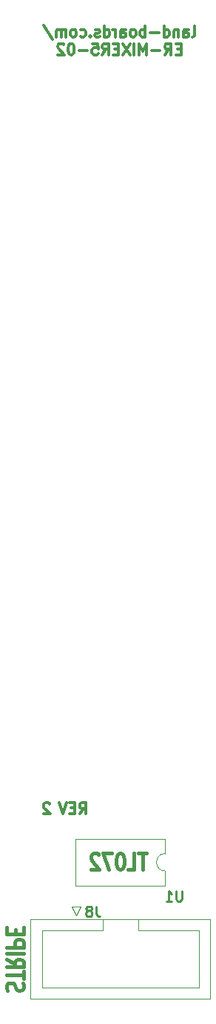
<source format=gbo>
%TF.GenerationSoftware,KiCad,Pcbnew,(7.0.0)*%
%TF.CreationDate,2023-03-06T10:19:20-05:00*%
%TF.ProjectId,ER-MIXER5-02,45522d4d-4958-4455-9235-2d30322e6b69,2*%
%TF.SameCoordinates,Original*%
%TF.FileFunction,Legend,Bot*%
%TF.FilePolarity,Positive*%
%FSLAX46Y46*%
G04 Gerber Fmt 4.6, Leading zero omitted, Abs format (unit mm)*
G04 Created by KiCad (PCBNEW (7.0.0)) date 2023-03-06 10:19:20*
%MOMM*%
%LPD*%
G01*
G04 APERTURE LIST*
%ADD10C,0.312500*%
%ADD11C,0.381000*%
%ADD12C,0.254000*%
%ADD13C,0.120000*%
G04 APERTURE END LIST*
D10*
X10434523Y-98959226D02*
X10851189Y-98363988D01*
X11148808Y-98959226D02*
X11148808Y-97709226D01*
X11148808Y-97709226D02*
X10672618Y-97709226D01*
X10672618Y-97709226D02*
X10553570Y-97768750D01*
X10553570Y-97768750D02*
X10494047Y-97828273D01*
X10494047Y-97828273D02*
X10434523Y-97947321D01*
X10434523Y-97947321D02*
X10434523Y-98125892D01*
X10434523Y-98125892D02*
X10494047Y-98244940D01*
X10494047Y-98244940D02*
X10553570Y-98304464D01*
X10553570Y-98304464D02*
X10672618Y-98363988D01*
X10672618Y-98363988D02*
X11148808Y-98363988D01*
X9898808Y-98304464D02*
X9482142Y-98304464D01*
X9303570Y-98959226D02*
X9898808Y-98959226D01*
X9898808Y-98959226D02*
X9898808Y-97709226D01*
X9898808Y-97709226D02*
X9303570Y-97709226D01*
X8946428Y-97709226D02*
X8529761Y-98959226D01*
X8529761Y-98959226D02*
X8113095Y-97709226D01*
X7005951Y-97828273D02*
X6946427Y-97768750D01*
X6946427Y-97768750D02*
X6827380Y-97709226D01*
X6827380Y-97709226D02*
X6529761Y-97709226D01*
X6529761Y-97709226D02*
X6410713Y-97768750D01*
X6410713Y-97768750D02*
X6351189Y-97828273D01*
X6351189Y-97828273D02*
X6291666Y-97947321D01*
X6291666Y-97947321D02*
X6291666Y-98066369D01*
X6291666Y-98066369D02*
X6351189Y-98244940D01*
X6351189Y-98244940D02*
X7065475Y-98959226D01*
X7065475Y-98959226D02*
X6291666Y-98959226D01*
D11*
X2184853Y-119089714D02*
X2094139Y-118872000D01*
X2094139Y-118872000D02*
X2094139Y-118509142D01*
X2094139Y-118509142D02*
X2184853Y-118364000D01*
X2184853Y-118364000D02*
X2275567Y-118291428D01*
X2275567Y-118291428D02*
X2456996Y-118218857D01*
X2456996Y-118218857D02*
X2638425Y-118218857D01*
X2638425Y-118218857D02*
X2819853Y-118291428D01*
X2819853Y-118291428D02*
X2910567Y-118364000D01*
X2910567Y-118364000D02*
X3001282Y-118509142D01*
X3001282Y-118509142D02*
X3091996Y-118799428D01*
X3091996Y-118799428D02*
X3182710Y-118944571D01*
X3182710Y-118944571D02*
X3273425Y-119017142D01*
X3273425Y-119017142D02*
X3454853Y-119089714D01*
X3454853Y-119089714D02*
X3636282Y-119089714D01*
X3636282Y-119089714D02*
X3817710Y-119017142D01*
X3817710Y-119017142D02*
X3908425Y-118944571D01*
X3908425Y-118944571D02*
X3999139Y-118799428D01*
X3999139Y-118799428D02*
X3999139Y-118436571D01*
X3999139Y-118436571D02*
X3908425Y-118218857D01*
X3999139Y-117783428D02*
X3999139Y-116912571D01*
X2094139Y-117347999D02*
X3999139Y-117347999D01*
X2094139Y-115533713D02*
X3001282Y-116041713D01*
X2094139Y-116404570D02*
X3999139Y-116404570D01*
X3999139Y-116404570D02*
X3999139Y-115823999D01*
X3999139Y-115823999D02*
X3908425Y-115678856D01*
X3908425Y-115678856D02*
X3817710Y-115606285D01*
X3817710Y-115606285D02*
X3636282Y-115533713D01*
X3636282Y-115533713D02*
X3364139Y-115533713D01*
X3364139Y-115533713D02*
X3182710Y-115606285D01*
X3182710Y-115606285D02*
X3091996Y-115678856D01*
X3091996Y-115678856D02*
X3001282Y-115823999D01*
X3001282Y-115823999D02*
X3001282Y-116404570D01*
X2094139Y-114880570D02*
X3999139Y-114880570D01*
X2094139Y-114154856D02*
X3999139Y-114154856D01*
X3999139Y-114154856D02*
X3999139Y-113574285D01*
X3999139Y-113574285D02*
X3908425Y-113429142D01*
X3908425Y-113429142D02*
X3817710Y-113356571D01*
X3817710Y-113356571D02*
X3636282Y-113283999D01*
X3636282Y-113283999D02*
X3364139Y-113283999D01*
X3364139Y-113283999D02*
X3182710Y-113356571D01*
X3182710Y-113356571D02*
X3091996Y-113429142D01*
X3091996Y-113429142D02*
X3001282Y-113574285D01*
X3001282Y-113574285D02*
X3001282Y-114154856D01*
X3091996Y-112630856D02*
X3091996Y-112122856D01*
X2094139Y-111905142D02*
X2094139Y-112630856D01*
X2094139Y-112630856D02*
X3999139Y-112630856D01*
X3999139Y-112630856D02*
X3999139Y-111905142D01*
X18054857Y-103442860D02*
X17184000Y-103442860D01*
X17619428Y-105347860D02*
X17619428Y-103442860D01*
X15950285Y-105347860D02*
X16675999Y-105347860D01*
X16675999Y-105347860D02*
X16675999Y-103442860D01*
X15152000Y-103442860D02*
X15006857Y-103442860D01*
X15006857Y-103442860D02*
X14861714Y-103533575D01*
X14861714Y-103533575D02*
X14789143Y-103624289D01*
X14789143Y-103624289D02*
X14716571Y-103805717D01*
X14716571Y-103805717D02*
X14644000Y-104168575D01*
X14644000Y-104168575D02*
X14644000Y-104622146D01*
X14644000Y-104622146D02*
X14716571Y-104985003D01*
X14716571Y-104985003D02*
X14789143Y-105166432D01*
X14789143Y-105166432D02*
X14861714Y-105257146D01*
X14861714Y-105257146D02*
X15006857Y-105347860D01*
X15006857Y-105347860D02*
X15152000Y-105347860D01*
X15152000Y-105347860D02*
X15297143Y-105257146D01*
X15297143Y-105257146D02*
X15369714Y-105166432D01*
X15369714Y-105166432D02*
X15442285Y-104985003D01*
X15442285Y-104985003D02*
X15514857Y-104622146D01*
X15514857Y-104622146D02*
X15514857Y-104168575D01*
X15514857Y-104168575D02*
X15442285Y-103805717D01*
X15442285Y-103805717D02*
X15369714Y-103624289D01*
X15369714Y-103624289D02*
X15297143Y-103533575D01*
X15297143Y-103533575D02*
X15152000Y-103442860D01*
X14135999Y-103442860D02*
X13119999Y-103442860D01*
X13119999Y-103442860D02*
X13773142Y-105347860D01*
X12611999Y-103624289D02*
X12539427Y-103533575D01*
X12539427Y-103533575D02*
X12394285Y-103442860D01*
X12394285Y-103442860D02*
X12031427Y-103442860D01*
X12031427Y-103442860D02*
X11886285Y-103533575D01*
X11886285Y-103533575D02*
X11813713Y-103624289D01*
X11813713Y-103624289D02*
X11741142Y-103805717D01*
X11741142Y-103805717D02*
X11741142Y-103987146D01*
X11741142Y-103987146D02*
X11813713Y-104259289D01*
X11813713Y-104259289D02*
X12684570Y-105347860D01*
X12684570Y-105347860D02*
X11741142Y-105347860D01*
D10*
X23363094Y-10446726D02*
X23482142Y-10387202D01*
X23482142Y-10387202D02*
X23541665Y-10268154D01*
X23541665Y-10268154D02*
X23541665Y-9196726D01*
X22351189Y-10446726D02*
X22351189Y-9791964D01*
X22351189Y-9791964D02*
X22410713Y-9672916D01*
X22410713Y-9672916D02*
X22529761Y-9613392D01*
X22529761Y-9613392D02*
X22767856Y-9613392D01*
X22767856Y-9613392D02*
X22886903Y-9672916D01*
X22351189Y-10387202D02*
X22470237Y-10446726D01*
X22470237Y-10446726D02*
X22767856Y-10446726D01*
X22767856Y-10446726D02*
X22886903Y-10387202D01*
X22886903Y-10387202D02*
X22946427Y-10268154D01*
X22946427Y-10268154D02*
X22946427Y-10149107D01*
X22946427Y-10149107D02*
X22886903Y-10030059D01*
X22886903Y-10030059D02*
X22767856Y-9970535D01*
X22767856Y-9970535D02*
X22470237Y-9970535D01*
X22470237Y-9970535D02*
X22351189Y-9911011D01*
X21755951Y-9613392D02*
X21755951Y-10446726D01*
X21755951Y-9732440D02*
X21696428Y-9672916D01*
X21696428Y-9672916D02*
X21577380Y-9613392D01*
X21577380Y-9613392D02*
X21398809Y-9613392D01*
X21398809Y-9613392D02*
X21279761Y-9672916D01*
X21279761Y-9672916D02*
X21220237Y-9791964D01*
X21220237Y-9791964D02*
X21220237Y-10446726D01*
X20089285Y-10446726D02*
X20089285Y-9196726D01*
X20089285Y-10387202D02*
X20208333Y-10446726D01*
X20208333Y-10446726D02*
X20446428Y-10446726D01*
X20446428Y-10446726D02*
X20565476Y-10387202D01*
X20565476Y-10387202D02*
X20624999Y-10327678D01*
X20624999Y-10327678D02*
X20684523Y-10208630D01*
X20684523Y-10208630D02*
X20684523Y-9851488D01*
X20684523Y-9851488D02*
X20624999Y-9732440D01*
X20624999Y-9732440D02*
X20565476Y-9672916D01*
X20565476Y-9672916D02*
X20446428Y-9613392D01*
X20446428Y-9613392D02*
X20208333Y-9613392D01*
X20208333Y-9613392D02*
X20089285Y-9672916D01*
X19494047Y-9970535D02*
X18541667Y-9970535D01*
X17946428Y-10446726D02*
X17946428Y-9196726D01*
X17946428Y-9672916D02*
X17827381Y-9613392D01*
X17827381Y-9613392D02*
X17589286Y-9613392D01*
X17589286Y-9613392D02*
X17470238Y-9672916D01*
X17470238Y-9672916D02*
X17410714Y-9732440D01*
X17410714Y-9732440D02*
X17351190Y-9851488D01*
X17351190Y-9851488D02*
X17351190Y-10208630D01*
X17351190Y-10208630D02*
X17410714Y-10327678D01*
X17410714Y-10327678D02*
X17470238Y-10387202D01*
X17470238Y-10387202D02*
X17589286Y-10446726D01*
X17589286Y-10446726D02*
X17827381Y-10446726D01*
X17827381Y-10446726D02*
X17946428Y-10387202D01*
X16636905Y-10446726D02*
X16755953Y-10387202D01*
X16755953Y-10387202D02*
X16815476Y-10327678D01*
X16815476Y-10327678D02*
X16875000Y-10208630D01*
X16875000Y-10208630D02*
X16875000Y-9851488D01*
X16875000Y-9851488D02*
X16815476Y-9732440D01*
X16815476Y-9732440D02*
X16755953Y-9672916D01*
X16755953Y-9672916D02*
X16636905Y-9613392D01*
X16636905Y-9613392D02*
X16458334Y-9613392D01*
X16458334Y-9613392D02*
X16339286Y-9672916D01*
X16339286Y-9672916D02*
X16279762Y-9732440D01*
X16279762Y-9732440D02*
X16220238Y-9851488D01*
X16220238Y-9851488D02*
X16220238Y-10208630D01*
X16220238Y-10208630D02*
X16279762Y-10327678D01*
X16279762Y-10327678D02*
X16339286Y-10387202D01*
X16339286Y-10387202D02*
X16458334Y-10446726D01*
X16458334Y-10446726D02*
X16636905Y-10446726D01*
X15148810Y-10446726D02*
X15148810Y-9791964D01*
X15148810Y-9791964D02*
X15208334Y-9672916D01*
X15208334Y-9672916D02*
X15327382Y-9613392D01*
X15327382Y-9613392D02*
X15565477Y-9613392D01*
X15565477Y-9613392D02*
X15684524Y-9672916D01*
X15148810Y-10387202D02*
X15267858Y-10446726D01*
X15267858Y-10446726D02*
X15565477Y-10446726D01*
X15565477Y-10446726D02*
X15684524Y-10387202D01*
X15684524Y-10387202D02*
X15744048Y-10268154D01*
X15744048Y-10268154D02*
X15744048Y-10149107D01*
X15744048Y-10149107D02*
X15684524Y-10030059D01*
X15684524Y-10030059D02*
X15565477Y-9970535D01*
X15565477Y-9970535D02*
X15267858Y-9970535D01*
X15267858Y-9970535D02*
X15148810Y-9911011D01*
X14553572Y-10446726D02*
X14553572Y-9613392D01*
X14553572Y-9851488D02*
X14494049Y-9732440D01*
X14494049Y-9732440D02*
X14434525Y-9672916D01*
X14434525Y-9672916D02*
X14315477Y-9613392D01*
X14315477Y-9613392D02*
X14196430Y-9613392D01*
X13244048Y-10446726D02*
X13244048Y-9196726D01*
X13244048Y-10387202D02*
X13363096Y-10446726D01*
X13363096Y-10446726D02*
X13601191Y-10446726D01*
X13601191Y-10446726D02*
X13720239Y-10387202D01*
X13720239Y-10387202D02*
X13779762Y-10327678D01*
X13779762Y-10327678D02*
X13839286Y-10208630D01*
X13839286Y-10208630D02*
X13839286Y-9851488D01*
X13839286Y-9851488D02*
X13779762Y-9732440D01*
X13779762Y-9732440D02*
X13720239Y-9672916D01*
X13720239Y-9672916D02*
X13601191Y-9613392D01*
X13601191Y-9613392D02*
X13363096Y-9613392D01*
X13363096Y-9613392D02*
X13244048Y-9672916D01*
X12708334Y-10387202D02*
X12589287Y-10446726D01*
X12589287Y-10446726D02*
X12351191Y-10446726D01*
X12351191Y-10446726D02*
X12232144Y-10387202D01*
X12232144Y-10387202D02*
X12172620Y-10268154D01*
X12172620Y-10268154D02*
X12172620Y-10208630D01*
X12172620Y-10208630D02*
X12232144Y-10089583D01*
X12232144Y-10089583D02*
X12351191Y-10030059D01*
X12351191Y-10030059D02*
X12529763Y-10030059D01*
X12529763Y-10030059D02*
X12648810Y-9970535D01*
X12648810Y-9970535D02*
X12708334Y-9851488D01*
X12708334Y-9851488D02*
X12708334Y-9791964D01*
X12708334Y-9791964D02*
X12648810Y-9672916D01*
X12648810Y-9672916D02*
X12529763Y-9613392D01*
X12529763Y-9613392D02*
X12351191Y-9613392D01*
X12351191Y-9613392D02*
X12232144Y-9672916D01*
X11636905Y-10327678D02*
X11577382Y-10387202D01*
X11577382Y-10387202D02*
X11636905Y-10446726D01*
X11636905Y-10446726D02*
X11696429Y-10387202D01*
X11696429Y-10387202D02*
X11636905Y-10327678D01*
X11636905Y-10327678D02*
X11636905Y-10446726D01*
X10505953Y-10387202D02*
X10625001Y-10446726D01*
X10625001Y-10446726D02*
X10863096Y-10446726D01*
X10863096Y-10446726D02*
X10982144Y-10387202D01*
X10982144Y-10387202D02*
X11041667Y-10327678D01*
X11041667Y-10327678D02*
X11101191Y-10208630D01*
X11101191Y-10208630D02*
X11101191Y-9851488D01*
X11101191Y-9851488D02*
X11041667Y-9732440D01*
X11041667Y-9732440D02*
X10982144Y-9672916D01*
X10982144Y-9672916D02*
X10863096Y-9613392D01*
X10863096Y-9613392D02*
X10625001Y-9613392D01*
X10625001Y-9613392D02*
X10505953Y-9672916D01*
X9791667Y-10446726D02*
X9910715Y-10387202D01*
X9910715Y-10387202D02*
X9970238Y-10327678D01*
X9970238Y-10327678D02*
X10029762Y-10208630D01*
X10029762Y-10208630D02*
X10029762Y-9851488D01*
X10029762Y-9851488D02*
X9970238Y-9732440D01*
X9970238Y-9732440D02*
X9910715Y-9672916D01*
X9910715Y-9672916D02*
X9791667Y-9613392D01*
X9791667Y-9613392D02*
X9613096Y-9613392D01*
X9613096Y-9613392D02*
X9494048Y-9672916D01*
X9494048Y-9672916D02*
X9434524Y-9732440D01*
X9434524Y-9732440D02*
X9375000Y-9851488D01*
X9375000Y-9851488D02*
X9375000Y-10208630D01*
X9375000Y-10208630D02*
X9434524Y-10327678D01*
X9434524Y-10327678D02*
X9494048Y-10387202D01*
X9494048Y-10387202D02*
X9613096Y-10446726D01*
X9613096Y-10446726D02*
X9791667Y-10446726D01*
X8839286Y-10446726D02*
X8839286Y-9613392D01*
X8839286Y-9732440D02*
X8779763Y-9672916D01*
X8779763Y-9672916D02*
X8660715Y-9613392D01*
X8660715Y-9613392D02*
X8482144Y-9613392D01*
X8482144Y-9613392D02*
X8363096Y-9672916D01*
X8363096Y-9672916D02*
X8303572Y-9791964D01*
X8303572Y-9791964D02*
X8303572Y-10446726D01*
X8303572Y-9791964D02*
X8244048Y-9672916D01*
X8244048Y-9672916D02*
X8125001Y-9613392D01*
X8125001Y-9613392D02*
X7946429Y-9613392D01*
X7946429Y-9613392D02*
X7827382Y-9672916D01*
X7827382Y-9672916D02*
X7767858Y-9791964D01*
X7767858Y-9791964D02*
X7767858Y-10446726D01*
X6279762Y-9137202D02*
X7351191Y-10744345D01*
X22023807Y-11816964D02*
X21607141Y-11816964D01*
X21428569Y-12471726D02*
X22023807Y-12471726D01*
X22023807Y-12471726D02*
X22023807Y-11221726D01*
X22023807Y-11221726D02*
X21428569Y-11221726D01*
X20178570Y-12471726D02*
X20595236Y-11876488D01*
X20892855Y-12471726D02*
X20892855Y-11221726D01*
X20892855Y-11221726D02*
X20416665Y-11221726D01*
X20416665Y-11221726D02*
X20297617Y-11281250D01*
X20297617Y-11281250D02*
X20238094Y-11340773D01*
X20238094Y-11340773D02*
X20178570Y-11459821D01*
X20178570Y-11459821D02*
X20178570Y-11638392D01*
X20178570Y-11638392D02*
X20238094Y-11757440D01*
X20238094Y-11757440D02*
X20297617Y-11816964D01*
X20297617Y-11816964D02*
X20416665Y-11876488D01*
X20416665Y-11876488D02*
X20892855Y-11876488D01*
X19642855Y-11995535D02*
X18690475Y-11995535D01*
X18095236Y-12471726D02*
X18095236Y-11221726D01*
X18095236Y-11221726D02*
X17678570Y-12114583D01*
X17678570Y-12114583D02*
X17261903Y-11221726D01*
X17261903Y-11221726D02*
X17261903Y-12471726D01*
X16666665Y-12471726D02*
X16666665Y-11221726D01*
X16190475Y-11221726D02*
X15357142Y-12471726D01*
X15357142Y-11221726D02*
X16190475Y-12471726D01*
X14880951Y-11816964D02*
X14464285Y-11816964D01*
X14285713Y-12471726D02*
X14880951Y-12471726D01*
X14880951Y-12471726D02*
X14880951Y-11221726D01*
X14880951Y-11221726D02*
X14285713Y-11221726D01*
X13035714Y-12471726D02*
X13452380Y-11876488D01*
X13749999Y-12471726D02*
X13749999Y-11221726D01*
X13749999Y-11221726D02*
X13273809Y-11221726D01*
X13273809Y-11221726D02*
X13154761Y-11281250D01*
X13154761Y-11281250D02*
X13095238Y-11340773D01*
X13095238Y-11340773D02*
X13035714Y-11459821D01*
X13035714Y-11459821D02*
X13035714Y-11638392D01*
X13035714Y-11638392D02*
X13095238Y-11757440D01*
X13095238Y-11757440D02*
X13154761Y-11816964D01*
X13154761Y-11816964D02*
X13273809Y-11876488D01*
X13273809Y-11876488D02*
X13749999Y-11876488D01*
X11904761Y-11221726D02*
X12499999Y-11221726D01*
X12499999Y-11221726D02*
X12559523Y-11816964D01*
X12559523Y-11816964D02*
X12499999Y-11757440D01*
X12499999Y-11757440D02*
X12380952Y-11697916D01*
X12380952Y-11697916D02*
X12083333Y-11697916D01*
X12083333Y-11697916D02*
X11964285Y-11757440D01*
X11964285Y-11757440D02*
X11904761Y-11816964D01*
X11904761Y-11816964D02*
X11845238Y-11936011D01*
X11845238Y-11936011D02*
X11845238Y-12233630D01*
X11845238Y-12233630D02*
X11904761Y-12352678D01*
X11904761Y-12352678D02*
X11964285Y-12412202D01*
X11964285Y-12412202D02*
X12083333Y-12471726D01*
X12083333Y-12471726D02*
X12380952Y-12471726D01*
X12380952Y-12471726D02*
X12499999Y-12412202D01*
X12499999Y-12412202D02*
X12559523Y-12352678D01*
X11309523Y-11995535D02*
X10357143Y-11995535D01*
X9523809Y-11221726D02*
X9404762Y-11221726D01*
X9404762Y-11221726D02*
X9285714Y-11281250D01*
X9285714Y-11281250D02*
X9226190Y-11340773D01*
X9226190Y-11340773D02*
X9166666Y-11459821D01*
X9166666Y-11459821D02*
X9107143Y-11697916D01*
X9107143Y-11697916D02*
X9107143Y-11995535D01*
X9107143Y-11995535D02*
X9166666Y-12233630D01*
X9166666Y-12233630D02*
X9226190Y-12352678D01*
X9226190Y-12352678D02*
X9285714Y-12412202D01*
X9285714Y-12412202D02*
X9404762Y-12471726D01*
X9404762Y-12471726D02*
X9523809Y-12471726D01*
X9523809Y-12471726D02*
X9642857Y-12412202D01*
X9642857Y-12412202D02*
X9702381Y-12352678D01*
X9702381Y-12352678D02*
X9761904Y-12233630D01*
X9761904Y-12233630D02*
X9821428Y-11995535D01*
X9821428Y-11995535D02*
X9821428Y-11697916D01*
X9821428Y-11697916D02*
X9761904Y-11459821D01*
X9761904Y-11459821D02*
X9702381Y-11340773D01*
X9702381Y-11340773D02*
X9642857Y-11281250D01*
X9642857Y-11281250D02*
X9523809Y-11221726D01*
X8630952Y-11340773D02*
X8571428Y-11281250D01*
X8571428Y-11281250D02*
X8452381Y-11221726D01*
X8452381Y-11221726D02*
X8154762Y-11221726D01*
X8154762Y-11221726D02*
X8035714Y-11281250D01*
X8035714Y-11281250D02*
X7976190Y-11340773D01*
X7976190Y-11340773D02*
X7916667Y-11459821D01*
X7916667Y-11459821D02*
X7916667Y-11578869D01*
X7916667Y-11578869D02*
X7976190Y-11757440D01*
X7976190Y-11757440D02*
X8690476Y-12471726D01*
X8690476Y-12471726D02*
X7916667Y-12471726D01*
D12*
%TO.C,J8*%
X12318999Y-109512916D02*
X12318999Y-110329345D01*
X12318999Y-110329345D02*
X12373428Y-110492630D01*
X12373428Y-110492630D02*
X12482285Y-110601487D01*
X12482285Y-110601487D02*
X12645571Y-110655916D01*
X12645571Y-110655916D02*
X12754428Y-110655916D01*
X11611428Y-110002773D02*
X11720285Y-109948345D01*
X11720285Y-109948345D02*
X11774714Y-109893916D01*
X11774714Y-109893916D02*
X11829142Y-109785059D01*
X11829142Y-109785059D02*
X11829142Y-109730630D01*
X11829142Y-109730630D02*
X11774714Y-109621773D01*
X11774714Y-109621773D02*
X11720285Y-109567345D01*
X11720285Y-109567345D02*
X11611428Y-109512916D01*
X11611428Y-109512916D02*
X11393714Y-109512916D01*
X11393714Y-109512916D02*
X11284857Y-109567345D01*
X11284857Y-109567345D02*
X11230428Y-109621773D01*
X11230428Y-109621773D02*
X11175999Y-109730630D01*
X11175999Y-109730630D02*
X11175999Y-109785059D01*
X11175999Y-109785059D02*
X11230428Y-109893916D01*
X11230428Y-109893916D02*
X11284857Y-109948345D01*
X11284857Y-109948345D02*
X11393714Y-110002773D01*
X11393714Y-110002773D02*
X11611428Y-110002773D01*
X11611428Y-110002773D02*
X11720285Y-110057202D01*
X11720285Y-110057202D02*
X11774714Y-110111630D01*
X11774714Y-110111630D02*
X11829142Y-110220487D01*
X11829142Y-110220487D02*
X11829142Y-110438202D01*
X11829142Y-110438202D02*
X11774714Y-110547059D01*
X11774714Y-110547059D02*
X11720285Y-110601487D01*
X11720285Y-110601487D02*
X11611428Y-110655916D01*
X11611428Y-110655916D02*
X11393714Y-110655916D01*
X11393714Y-110655916D02*
X11284857Y-110601487D01*
X11284857Y-110601487D02*
X11230428Y-110547059D01*
X11230428Y-110547059D02*
X11175999Y-110438202D01*
X11175999Y-110438202D02*
X11175999Y-110220487D01*
X11175999Y-110220487D02*
X11230428Y-110111630D01*
X11230428Y-110111630D02*
X11284857Y-110057202D01*
X11284857Y-110057202D02*
X11393714Y-110002773D01*
%TO.C,U1*%
X22120857Y-107776916D02*
X22120857Y-108702202D01*
X22120857Y-108702202D02*
X22066428Y-108811059D01*
X22066428Y-108811059D02*
X22012000Y-108865487D01*
X22012000Y-108865487D02*
X21903142Y-108919916D01*
X21903142Y-108919916D02*
X21685428Y-108919916D01*
X21685428Y-108919916D02*
X21576571Y-108865487D01*
X21576571Y-108865487D02*
X21522142Y-108811059D01*
X21522142Y-108811059D02*
X21467714Y-108702202D01*
X21467714Y-108702202D02*
X21467714Y-107776916D01*
X20324713Y-108919916D02*
X20977856Y-108919916D01*
X20651285Y-108919916D02*
X20651285Y-107776916D01*
X20651285Y-107776916D02*
X20760142Y-107940202D01*
X20760142Y-107940202D02*
X20868999Y-108049059D01*
X20868999Y-108049059D02*
X20977856Y-108103487D01*
D13*
%TO.C,J8*%
X10520000Y-109567500D02*
X10020000Y-110567500D01*
X9520000Y-109567500D02*
X10520000Y-109567500D01*
X10020000Y-110567500D02*
X9520000Y-109567500D01*
X25390000Y-110957500D02*
X4810000Y-110957500D01*
X13050000Y-110957500D02*
X13050000Y-112267500D01*
X4810000Y-110957500D02*
X4810000Y-120077500D01*
X24090000Y-112267500D02*
X17150000Y-112267500D01*
X17150000Y-112267500D02*
X17150000Y-110957500D01*
X17150000Y-112267500D02*
X17150000Y-112267500D01*
X13050000Y-112267500D02*
X6110000Y-112267500D01*
X6110000Y-112267500D02*
X6110000Y-118767500D01*
X24090000Y-118767500D02*
X24090000Y-112267500D01*
X6110000Y-118767500D02*
X24090000Y-118767500D01*
X25390000Y-120077500D02*
X25390000Y-110957500D01*
X4810000Y-120077500D02*
X25390000Y-120077500D01*
%TO.C,U1*%
X9950000Y-107140012D02*
X9950000Y-101840012D01*
X20230000Y-107140012D02*
X9950000Y-107140012D01*
X20230000Y-105490012D02*
X20230000Y-107140012D01*
X9950000Y-101840012D02*
X20230000Y-101840012D01*
X20230000Y-101840012D02*
X20230000Y-103490012D01*
X20230000Y-103490012D02*
G75*
G03*
X20230000Y-105490012I0J-1000000D01*
G01*
%TD*%
M02*

</source>
